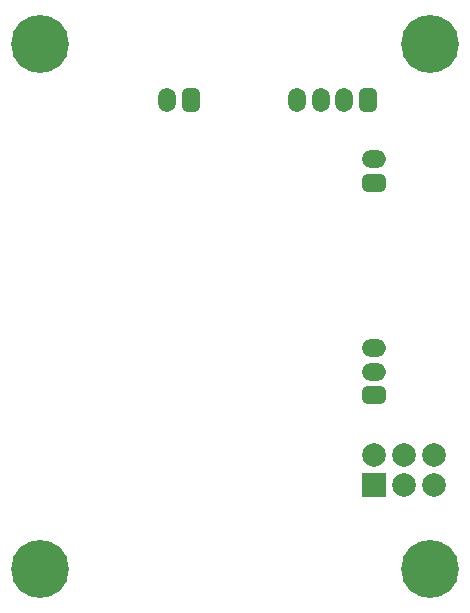
<source format=gbs>
G04*
G04 #@! TF.GenerationSoftware,Altium Limited,Altium Designer,20.0.2 (26)*
G04*
G04 Layer_Color=8150272*
%FSLAX25Y25*%
%MOIN*%
G70*
G01*
G75*
%ADD31R,0.07893X0.07893*%
%ADD32C,0.07893*%
G04:AMPARAMS|DCode=33|XSize=59.24mil|YSize=80.9mil|CornerRadius=17.81mil|HoleSize=0mil|Usage=FLASHONLY|Rotation=90.000|XOffset=0mil|YOffset=0mil|HoleType=Round|Shape=RoundedRectangle|*
%AMROUNDEDRECTD33*
21,1,0.05924,0.04528,0,0,90.0*
21,1,0.02362,0.08090,0,0,90.0*
1,1,0.03562,0.02264,0.01181*
1,1,0.03562,0.02264,-0.01181*
1,1,0.03562,-0.02264,-0.01181*
1,1,0.03562,-0.02264,0.01181*
%
%ADD33ROUNDEDRECTD33*%
%ADD34O,0.08090X0.05924*%
G04:AMPARAMS|DCode=35|XSize=59.24mil|YSize=80.9mil|CornerRadius=17.81mil|HoleSize=0mil|Usage=FLASHONLY|Rotation=180.000|XOffset=0mil|YOffset=0mil|HoleType=Round|Shape=RoundedRectangle|*
%AMROUNDEDRECTD35*
21,1,0.05924,0.04528,0,0,180.0*
21,1,0.02362,0.08090,0,0,180.0*
1,1,0.03562,-0.01181,0.02264*
1,1,0.03562,0.01181,0.02264*
1,1,0.03562,0.01181,-0.02264*
1,1,0.03562,-0.01181,-0.02264*
%
%ADD35ROUNDEDRECTD35*%
%ADD36O,0.05924X0.08090*%
%ADD37C,0.19310*%
D31*
X122047Y38976D02*
D03*
D32*
Y48976D02*
D03*
X132047Y38976D02*
D03*
Y48976D02*
D03*
X142047Y38976D02*
D03*
Y48976D02*
D03*
D33*
X122047Y139764D02*
D03*
Y68898D02*
D03*
D34*
Y147638D02*
D03*
Y76772D02*
D03*
Y84646D02*
D03*
D35*
X61024Y167323D02*
D03*
X120079D02*
D03*
D36*
X53150D02*
D03*
X96457D02*
D03*
X104331D02*
D03*
X112205D02*
D03*
D37*
X140748Y186024D02*
D03*
X10827D02*
D03*
X140748Y10827D02*
D03*
X10827D02*
D03*
M02*

</source>
